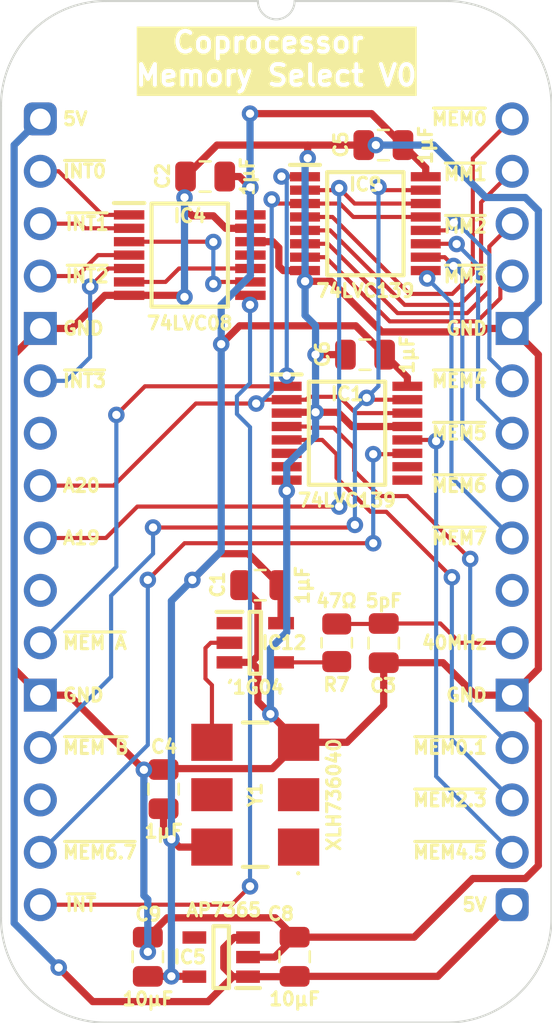
<source format=kicad_pcb>
(kicad_pcb (version 20241229) (generator "pcbnew") (generator_version "9.0")
  (title_block (title "Coprocessor Memory Select") (date "2025-06-17") (rev "V0"))
  (layers (0 "F.Cu" signal) (2 "B.Cu" signal) (13 "F.Paste" user) (15 "B.Paste" user) (5 "F.SilkS" user "F.Silkscreen") (7 "B.SilkS" user "B.Silkscreen") (1 "F.Mask" user) (3 "B.Mask" user) (25 "Edge.Cuts" user))
  (net 0 "")
  (net 1 "GND")
  (net 2 "5V")
  (net 3 "/3.3V")
  (net 10 "/~{INT2•3}")
  (net 11 "/~{INT0•1}")
  (net 13 "Net-(IC12-Y)")
  (net 14 "/~{40MHz}")
  (net 18 "40MHz")
  (net 19 "M~{Memory6•7}")
  (net 20 "M~{Memory4•5}")
  (net 21 "M~{Memory2•3}")
  (net 22 "M~{Memory0•1}")
  (net 23 "~{INT2}")
  (net 24 "~{INT}")
  (net 25 "~{INT1}")
  (net 26 "~{INT3}")
  (net 27 "~{INT0}")
  (net 28 "M~{Memory3}")
  (net 29 "M~{Memory0}")
  (net 30 "M~{Memory6}")
  (net 31 "M~{Memory4}")
  (net 32 "M~{Memory5}")
  (net 33 "M~{Memory2}")
  (net 34 "M~{Memory7}")
  (net 35 "M~{Memory1}")
  (net 36 "~{Memory B}")
  (net 37 "~{Memory A}")
  (net 38 "AM20")
  (net 39 "AM19")
  (footprint "SamacSys_Parts:C_0805" (layer "F.Cu") (at 10.668 22.606 90)
    (property "Reference" "C1" (at 0.026999 -2.075 90) (layer "F.SilkS") (effects (font (size 0.635 0.635))))
    (property "Value" "1μF" (at 0 2.032 90) (layer "F.SilkS") (effects (font (size 0.635 0.635))))
    (pad "1" smd roundrect (at 0 0.934 180) (size 1 1.45) (layers "F.Cu" "F.Mask" "F.Paste") (net 3 "/3.3V"))
    (pad "2" smd roundrect (at 0 -0.966 180) (size 1 1.45) (layers "F.Cu" "F.Mask" "F.Paste") (net 1 "GND"))
  )
  (footprint "SamacSys_Parts:XLH736074250000I" (layer "F.Cu") (at 10.414 32.766 90)
    (property "Reference" "Y1" (at 0 0 90) (layer "F.SilkS") (effects (font (size 0.635 0.635))))
    (property "Value" "XLH735040.000000I" (hide yes))
    (fp_text user "${Silkscreen}" (at 0 3.81 90) (layer "F.SilkS") (effects (font (size 0.635 0.635))))
    (pad "1" smd rect (at -2.54 2.1 90) (size 1.8 2) (layers "F.Cu" "F.Mask" "F.Paste"))
    (pad "2" smd rect (at 0 2.1 90) (size 1.6 2) (layers "F.Cu" "F.Mask" "F.Paste"))
    (pad "3" smd rect (at 2.54 2.1 90) (size 1.8 2) (layers "F.Cu" "F.Mask" "F.Paste") (net 1 "GND"))
    (pad "4" smd rect (at 2.54 -2.1 90) (size 1.8 2) (layers "F.Cu" "F.Mask" "F.Paste") (net 14 "/~{40MHz}"))
    (pad "5" smd rect (at 0 -2.1 90) (size 1.6 2) (layers "F.Cu" "F.Mask" "F.Paste"))
    (pad "6" smd rect (at -2.54 -2.1 90) (size 1.8 2) (layers "F.Cu" "F.Mask" "F.Paste") (net 3 "/3.3V"))
  )
  (footprint "SamacSys_Parts:SOT95P275X110-5N" (layer "F.Cu") (at 10.414 25.4)
    (property "Reference" "IC12" (at 1.397 0 0) (layer "F.SilkS") (effects (font (size 0.635 0.635))))
    (property "Value" "74LVC1G04GV,125" (hide yes))
    (property "Silkscreen" "'1G04" (at 0 2.159 0) (layer "F.SilkS") (effects (font (size 0.635 0.635))))
    (pad "1" smd rect (at -1.25 -0.95 90) (size 0.6 1.25) (layers "F.Cu" "F.Mask" "F.Paste"))
    (pad "2" smd rect (at -1.25 0 90) (size 0.6 1.25) (layers "F.Cu" "F.Mask" "F.Paste") (net 14 "/~{40MHz}"))
    (pad "3" smd rect (at -1.25 0.95 90) (size 0.6 1.25) (layers "F.Cu" "F.Mask" "F.Paste") (net 1 "GND"))
    (pad "4" smd rect (at 1.25 0.95 90) (size 0.6 1.25) (layers "F.Cu" "F.Mask" "F.Paste") (net 13 "Net-(IC12-Y)"))
    (pad "5" smd rect (at 1.25 -0.95 90) (size 0.6 1.25) (layers "F.Cu" "F.Mask" "F.Paste") (net 3 "/3.3V"))
  )
  (footprint "SamacSys_Parts:C_0805" (layer "F.Cu") (at 8.001 2.794 90)
    (property "Reference" "C2" (at 0.026999 -2.075 90) (layer "F.SilkS") (effects (font (size 0.635 0.635))))
    (property "Value" "1μF" (at 0 2.032 90) (layer "F.SilkS") (effects (font (size 0.635 0.635))))
    (pad "1" smd roundrect (at 0 0.934 180) (size 1 1.45) (layers "F.Cu" "F.Mask" "F.Paste") (net 3 "/3.3V"))
    (pad "2" smd roundrect (at 0 -0.966 180) (size 1 1.45) (layers "F.Cu" "F.Mask" "F.Paste") (net 1 "GND"))
  )
  (footprint "SamacSys_Parts:SOP65P640X110-14N" (layer "F.Cu") (at 7.239 6.604)
    (property "Reference" "IC4" (at 0 -1.905 0) (layer "F.SilkS") (effects (font (size 0.635 0.635))))
    (property "Value" "74LVC08APW,112" (hide yes))
    (fp_text user "${Silkscreen}" (at 0 3.302 0) (layer "F.SilkS") (effects (font (size 0.635 0.635))))
    (pad "1" smd rect (at -2.938 -1.95 90) (size 0.45 1.475) (layers "F.Cu" "F.Mask" "F.Paste") (net 27 "~{INT0}"))
    (pad "2" smd rect (at -2.938 -1.3 90) (size 0.45 1.475) (layers "F.Cu" "F.Mask" "F.Paste") (net 25 "~{INT1}"))
    (pad "3" smd rect (at -2.938 -0.65 90) (size 0.45 1.475) (layers "F.Cu" "F.Mask" "F.Paste") (net 11 "/~{INT0•1}"))
    (pad "4" smd rect (at -2.938 0 90) (size 0.45 1.475) (layers "F.Cu" "F.Mask" "F.Paste") (net 23 "~{INT2}"))
    (pad "5" smd rect (at -2.938 0.65 90) (size 0.45 1.475) (layers "F.Cu" "F.Mask" "F.Paste") (net 26 "~{INT3}"))
    (pad "6" smd rect (at -2.938 1.3 90) (size 0.45 1.475) (layers "F.Cu" "F.Mask" "F.Paste") (net 10 "/~{INT2•3}"))
    (pad "7" smd rect (at -2.938 1.95 90) (size 0.45 1.475) (layers "F.Cu" "F.Mask" "F.Paste") (net 1 "GND"))
    (pad "8" smd rect (at 2.938 1.95 90) (size 0.45 1.475) (layers "F.Cu" "F.Mask" "F.Paste") (net 24 "~{INT}"))
    (pad "9" smd rect (at 2.938 1.3 90) (size 0.45 1.475) (layers "F.Cu" "F.Mask" "F.Paste") (net 11 "/~{INT0•1}"))
    (pad "10" smd rect (at 2.938 0.65 90) (size 0.45 1.475) (layers "F.Cu" "F.Mask" "F.Paste") (net 10 "/~{INT2•3}"))
    (pad "11" smd rect (at 2.938 0 90) (size 0.45 1.475) (layers "F.Cu" "F.Mask" "F.Paste"))
    (pad "12" smd rect (at 2.938 -0.65 90) (size 0.45 1.475) (layers "F.Cu" "F.Mask" "F.Paste") (net 1 "GND"))
    (pad "13" smd rect (at 2.938 -1.3 90) (size 0.45 1.475) (layers "F.Cu" "F.Mask" "F.Paste") (net 1 "GND"))
    (pad "14" smd rect (at 2.938 -1.95 90) (size 0.45 1.475) (layers "F.Cu" "F.Mask" "F.Paste") (net 3 "/3.3V"))
  )
  (footprint "SamacSys_Parts:R_0805" (layer "F.Cu") (at 14.351 25.4 180)
    (property "Reference" "R7" (at 0 -2.032 0) (layer "F.SilkS") (effects (font (size 0.635 0.635))))
    (property "Value" "47Ω" (at 0 2.032 0) (layer "F.SilkS") (effects (font (size 0.635 0.635))))
    (pad "1" smd roundrect (at -0.01 0.9125 270) (size 1.025 1.4) (layers "F.Cu" "F.Mask" "F.Paste") (roundrect_rratio 0.243902) (net 18 "40MHz"))
    (pad "2" smd roundrect (at -0.01 -0.9125 270) (size 1.025 1.4) (layers "F.Cu" "F.Mask" "F.Paste") (roundrect_rratio 0.243902) (net 13 "Net-(IC12-Y)"))
  )
  (footprint "SamacSys_Parts:SOP65P640X110-16N" (layer "F.Cu") (at 14.859 15.24)
    (property "Reference" "IC1" (at 0 -1.905 0) (layer "F.SilkS") (effects (font (size 0.635 0.635))))
    (property "Value" "74LVC139PW,118" (hide yes))
    (property "Silkscreen" "74LVC139" (at 0 3.25 0) (layer "F.SilkS") (effects (font (size 0.635 0.635))))
    (pad "1" smd rect (at -2.925 -2.275 90) (size 0.45 1.45) (layers "F.Cu" "F.Mask" "F.Paste") (net 37 "~{Memory A}"))
    (pad "2" smd rect (at -2.925 -1.625 90) (size 0.45 1.45) (layers "F.Cu" "F.Mask" "F.Paste") (net 38 "AM20"))
    (pad "3" smd rect (at -2.925 -0.975 90) (size 0.45 1.45) (layers "F.Cu" "F.Mask" "F.Paste") (net 1 "GND"))
    (pad "4" smd rect (at -2.925 -0.325 90) (size 0.45 1.45) (layers "F.Cu" "F.Mask" "F.Paste") (net 22 "M~{Memory0•1}"))
    (pad "5" smd rect (at -2.925 0.325 90) (size 0.45 1.45) (layers "F.Cu" "F.Mask" "F.Paste") (net 21 "M~{Memory2•3}"))
    (pad "6" smd rect (at -2.925 0.975 90) (size 0.45 1.45) (layers "F.Cu" "F.Mask" "F.Paste"))
    (pad "7" smd rect (at -2.925 1.625 90) (size 0.45 1.45) (layers "F.Cu" "F.Mask" "F.Paste"))
    (pad "8" smd rect (at -2.925 2.275 90) (size 0.45 1.45) (layers "F.Cu" "F.Mask" "F.Paste") (net 1 "GND"))
    (pad "9" smd rect (at 2.925 2.275 90) (size 0.45 1.45) (layers "F.Cu" "F.Mask" "F.Paste"))
    (pad "10" smd rect (at 2.925 1.625 90) (size 0.45 1.45) (layers "F.Cu" "F.Mask" "F.Paste"))
    (pad "11" smd rect (at 2.925 0.975 90) (size 0.45 1.45) (layers "F.Cu" "F.Mask" "F.Paste") (net 19 "M~{Memory6•7}"))
    (pad "12" smd rect (at 2.925 0.325 90) (size 0.45 1.45) (layers "F.Cu" "F.Mask" "F.Paste") (net 20 "M~{Memory4•5}"))
    (pad "13" smd rect (at 2.925 -0.325 90) (size 0.45 1.45) (layers "F.Cu" "F.Mask" "F.Paste") (net 1 "GND"))
    (pad "14" smd rect (at 2.925 -0.975 90) (size 0.45 1.45) (layers "F.Cu" "F.Mask" "F.Paste") (net 38 "AM20"))
    (pad "15" smd rect (at 2.925 -1.625 90) (size 0.45 1.45) (layers "F.Cu" "F.Mask" "F.Paste") (net 36 "~{Memory B}"))
    (pad "16" smd rect (at 2.925 -2.275 90) (size 0.45 1.45) (layers "F.Cu" "F.Mask" "F.Paste") (net 3 "/3.3V"))
  )
  (footprint "SamacSys_Parts:C_0805" (layer "F.Cu") (at 5.969 32.512)
    (property "Reference" "C4" (at 0.027 -2.075 180) (layer "F.SilkS") (effects (font (size 0.635 0.635))))
    (property "Value" "1μF" (at 0 2.032 0) (layer "F.SilkS") (effects (font (size 0.635 0.635))))
    (pad "1" smd roundrect (at 0 0.934 90) (size 1 1.45) (layers "F.Cu" "F.Mask" "F.Paste") (net 3 "/3.3V"))
    (pad "2" smd roundrect (at 0 -0.966 90) (size 1 1.45) (layers "F.Cu" "F.Mask" "F.Paste") (net 1 "GND"))
  )
  (footprint "SamacSys_Parts:C_0805" (layer "F.Cu") (at 15.748 11.43 90)
    (property "Reference" "C6" (at 0.026999 -2.075 90) (layer "F.SilkS") (effects (font (size 0.635 0.635))))
    (property "Value" "1μF" (at 0 2.032 90) (layer "F.SilkS") (effects (font (size 0.635 0.635))))
    (pad "1" smd roundrect (at 0 0.934 180) (size 1 1.45) (layers "F.Cu" "F.Mask" "F.Paste") (net 3 "/3.3V"))
    (pad "2" smd roundrect (at 0 -0.966 180) (size 1 1.45) (layers "F.Cu" "F.Mask" "F.Paste") (net 1 "GND"))
  )
  (footprint "SamacSys_Parts:C_0805" (layer "F.Cu") (at 16.637 25.4 180)
    (property "Reference" "C3" (at 0.026999 -2.075 0) (layer "F.SilkS") (effects (font (size 0.635 0.635))))
    (property "Value" "5pF" (at 0 2.032 0) (layer "F.SilkS") (effects (font (size 0.635 0.635))))
    (pad "1" smd roundrect (at 0 0.934 270) (size 1 1.45) (layers "F.Cu" "F.Mask" "F.Paste") (net 18 "40MHz"))
    (pad "2" smd roundrect (at 0 -0.966 270) (size 1 1.45) (layers "F.Cu" "F.Mask" "F.Paste") (net 1 "GND"))
  )
  (footprint "SamacSys_Parts:C_0805" (layer "F.Cu") (at 5.207 40.64)
    (property "Reference" "C9" (at 0.027 -2.075 180) (layer "F.SilkS") (effects (font (size 0.635 0.635))))
    (property "Value" "10µF" (at 0 2.032 0) (layer "F.SilkS") (effects (font (size 0.635 0.635))))
    (pad "1" smd roundrect (at 0 0.934 90) (size 1 1.45) (layers "F.Cu" "F.Mask" "F.Paste") (net 3 "/3.3V"))
    (pad "2" smd roundrect (at 0 -0.966 90) (size 1 1.45) (layers "F.Cu" "F.Mask" "F.Paste") (net 1 "GND"))
  )
  (footprint "SamacSys_Parts:SOP65P640X110-16N" (layer "F.Cu") (at 15.748 5.08)
    (property "Reference" "IC9" (at 0 -1.905 0) (layer "F.SilkS") (effects (font (size 0.635 0.635))))
    (property "Value" "74LVC139PW,118" (hide yes))
    (property "Silkscreen" "74LVC139" (at 0 3.25 0) (layer "F.SilkS") (effects (font (size 0.635 0.635))))
    (pad "1" smd rect (at -2.925 -2.275 90) (size 0.45 1.45) (layers "F.Cu" "F.Mask" "F.Paste") (net 37 "~{Memory A}"))
    (pad "2" smd rect (at -2.925 -1.625 90) (size 0.45 1.45) (layers "F.Cu" "F.Mask" "F.Paste") (net 39 "AM19"))
    (pad "3" smd rect (at -2.925 -0.975 90) (size 0.45 1.45) (layers "F.Cu" "F.Mask" "F.Paste") (net 38 "AM20"))
    (pad "4" smd rect (at -2.925 -0.325 90) (size 0.45 1.45) (layers "F.Cu" "F.Mask" "F.Paste") (net 29 "M~{Memory0}"))
    (pad "5" smd rect (at -2.925 0.325 90) (size 0.45 1.45) (layers "F.Cu" "F.Mask" "F.Paste") (net 35 "M~{Memory1}"))
    (pad "6" smd rect (at -2.925 0.975 90) (size 0.45 1.45) (layers "F.Cu" "F.Mask" "F.Paste") (net 33 "M~{Memory2}"))
    (pad "7" smd rect (at -2.925 1.625 90) (size 0.45 1.45) (layers "F.Cu" "F.Mask" "F.Paste") (net 28 "M~{Memory3}"))
    (pad "8" smd rect (at -2.925 2.275 90) (size 0.45 1.45) (layers "F.Cu" "F.Mask" "F.Paste") (net 1 "GND"))
    (pad "9" smd rect (at 2.925 2.275 90) (size 0.45 1.45) (layers "F.Cu" "F.Mask" "F.Paste") (net 34 "M~{Memory7}"))
    (pad "10" smd rect (at 2.925 1.625 90) (size 0.45 1.45) (layers "F.Cu" "F.Mask" "F.Paste") (net 30 "M~{Memory6}"))
    (pad "11" smd rect (at 2.925 0.975 90) (size 0.45 1.45) (layers "F.Cu" "F.Mask" "F.Paste") (net 32 "M~{Memory5}"))
    (pad "12" smd rect (at 2.925 0.325 90) (size 0.45 1.45) (layers "F.Cu" "F.Mask" "F.Paste") (net 31 "M~{Memory4}"))
    (pad "13" smd rect (at 2.925 -0.325 90) (size 0.45 1.45) (layers "F.Cu" "F.Mask" "F.Paste") (net 38 "AM20"))
    (pad "14" smd rect (at 2.925 -0.975 90) (size 0.45 1.45) (layers "F.Cu" "F.Mask" "F.Paste") (net 39 "AM19"))
    (pad "15" smd rect (at 2.925 -1.625 90) (size 0.45 1.45) (layers "F.Cu" "F.Mask" "F.Paste") (net 36 "~{Memory B}"))
    (pad "16" smd rect (at 2.925 -2.275 90) (size 0.45 1.45) (layers "F.Cu" "F.Mask" "F.Paste") (net 3 "/3.3V"))
  )
  (footprint "SamacSys_Parts:C_0805" (layer "F.Cu") (at 12.319 40.64)
    (property "Reference" "C8" (at -0.665 -2.098 180) (layer "F.SilkS") (effects (font (size 0.635 0.635))))
    (property "Value" "10µF" (at 0 2.032 0) (layer "F.SilkS") (effects (font (size 0.635 0.635))))
    (pad "1" smd roundrect (at 0 0.934 90) (size 1 1.45) (layers "F.Cu" "F.Mask" "F.Paste") (net 2 "5V"))
    (pad "2" smd roundrect (at 0 -0.966 90) (size 1 1.45) (layers "F.Cu" "F.Mask" "F.Paste") (net 1 "GND"))
  )
  (footprint "SamacSys_Parts:DIP-32_Board_W22.86mm" (layer "F.Cu") (at 0 0)
    (property "Reference" "J2" (hide yes))
    (property "Value" "Board 2x16 W22.86mm" (hide yes))
    (fp_line (start -1.905 -0.635) (end -1.905 38.735) (stroke (width 0.1)) (layer "Edge.Cuts"))
    (fp_line (start 10.541 -5.715) (end 3.175 -5.715) (stroke (width 0.1)) (layer "Edge.Cuts"))
    (fp_line (start 19.685 -5.715) (end 12.319 -5.715) (stroke (width 0.1)) (layer "Edge.Cuts"))
    (fp_line (start 19.685 43.815) (end 3.175 43.815) (stroke (width 0.1)) (layer "Edge.Cuts"))
    (fp_line (start 24.765 38.735) (end 24.765 -0.635) (stroke (width 0.1)) (layer "Edge.Cuts"))
    (fp_arc (start -1.905 -0.635) (mid -0.417102 -4.227102) (end 3.175 -5.715) (stroke (width 0.1)) (layer "Edge.Cuts"))
    (fp_arc (start 3.175 43.815) (mid -0.417102 42.327102) (end -1.905 38.735) (stroke (width 0.1)) (layer "Edge.Cuts"))
    (fp_arc (start 12.319 -5.715) (mid 11.43 -4.826) (end 10.541 -5.715) (stroke (width 0.1)) (layer "Edge.Cuts"))
    (fp_arc (start 19.685 -5.715) (mid 23.277102 -4.227102) (end 24.765 -0.635) (stroke (width 0.1)) (layer "Edge.Cuts"))
    (fp_arc (start 24.765 38.735) (mid 23.277103 42.327103) (end 19.685 43.815) (stroke (width 0.1)) (layer "Edge.Cuts"))
    (pad "1" thru_hole roundrect (at 0 0) (size 1.6 1.6) (drill 1) (layers "*.Cu" "*.Mask") (net 2 "5V"))
    (pad "2" thru_hole oval (at 0 2.54) (size 1.6 1.6) (drill 1) (layers "*.Cu" "*.Mask") (net 27 "~{INT0}"))
    (pad "3" thru_hole oval (at 0 5.08) (size 1.6 1.6) (drill 1) (layers "*.Cu" "*.Mask") (net 25 "~{INT1}"))
    (pad "4" thru_hole oval (at 0 7.62) (size 1.6 1.6) (drill 1) (layers "*.Cu" "*.Mask") (net 23 "~{INT2}"))
    (pad "5" thru_hole rect (at 0 10.16) (size 1.6 1.6) (drill 1) (layers "*.Cu" "*.Mask") (net 1 "GND"))
    (pad "6" thru_hole oval (at 0 12.7) (size 1.6 1.6) (drill 1) (layers "*.Cu" "*.Mask") (net 26 "~{INT3}"))
    (pad "7" thru_hole oval (at 0 15.24) (size 1.6 1.6) (drill 1) (layers "*.Cu" "*.Mask"))
    (pad "8" thru_hole oval (at 0 17.78) (size 1.6 1.6) (drill 1) (layers "*.Cu" "*.Mask") (net 38 "AM20"))
    (pad "9" thru_hole oval (at 0 20.32) (size 1.6 1.6) (drill 1) (layers "*.Cu" "*.Mask") (net 39 "AM19"))
    (pad "10" thru_hole oval (at 0 22.86) (size 1.6 1.6) (drill 1) (layers "*.Cu" "*.Mask"))
    (pad "11" thru_hole oval (at 0 25.4) (size 1.6 1.6) (drill 1) (layers "*.Cu" "*.Mask") (net 37 "~{Memory A}"))
    (pad "12" thru_hole rect (at 0 27.94) (size 1.6 1.6) (drill 1) (layers "*.Cu" "*.Mask") (net 1 "GND"))
    (pad "13" thru_hole oval (at 0 30.48) (size 1.6 1.6) (drill 1) (layers "*.Cu" "*.Mask") (net 36 "~{Memory B}"))
    (pad "14" thru_hole oval (at 0 33.02) (size 1.6 1.6) (drill 1) (layers "*.Cu" "*.Mask"))
    (pad "15" thru_hole oval (at 0 35.56) (size 1.6 1.6) (drill 1) (layers "*.Cu" "*.Mask") (net 19 "M~{Memory6•7}"))
    (pad "16" thru_hole oval (at 0 38.1) (size 1.6 1.6) (drill 1) (layers "*.Cu" "*.Mask") (net 24 "~{INT}"))
    (pad "17" thru_hole roundrect (at 22.86 38.1) (size 1.6 1.6) (drill 1) (layers "*.Cu" "*.Mask") (net 2 "5V"))
    (pad "18" thru_hole oval (at 22.86 35.56) (size 1.6 1.6) (drill 1) (layers "*.Cu" "*.Mask") (net 20 "M~{Memory4•5}"))
    (pad "19" thru_hole oval (at 22.86 33.02) (size 1.6 1.6) (drill 1) (layers "*.Cu" "*.Mask") (net 21 "M~{Memory2•3}"))
    (pad "20" thru_hole oval (at 22.86 30.48) (size 1.6 1.6) (drill 1) (layers "*.Cu" "*.Mask") (net 22 "M~{Memory0•1}"))
    (pad "21" thru_hole rect (at 22.86 27.94) (size 1.6 1.6) (drill 1) (layers "*.Cu" "*.Mask") (net 1 "GND"))
    (pad "22" thru_hole oval (at 22.86 25.4) (size 1.6 1.6) (drill 1) (layers "*.Cu" "*.Mask") (net 18 "40MHz"))
    (pad "23" thru_hole oval (at 22.86 22.86) (size 1.6 1.6) (drill 1) (layers "*.Cu" "*.Mask"))
    (pad "24" thru_hole oval (at 22.86 20.32) (size 1.6 1.6) (drill 1) (layers "*.Cu" "*.Mask") (net 34 "M~{Memory7}"))
    (pad "25" thru_hole oval (at 22.86 17.78) (size 1.6 1.6) (drill 1) (layers "*.Cu" "*.Mask") (net 30 "M~{Memory6}"))
    (pad "26" thru_hole oval (at 22.86 15.24) (size 1.6 1.6) (drill 1) (layers "*.Cu" "*.Mask") (net 32 "M~{Memory5}"))
    (pad "27" thru_hole oval (at 22.86 12.7) (size 1.6 1.6) (drill 1) (layers "*.Cu" "*.Mask") (net 31 "M~{Memory4}"))
    (pad "28" thru_hole rect (at 22.86 10.16) (size 1.6 1.6) (drill 1) (layers "*.Cu" "*.Mask") (net 1 "GND"))
    (pad "29" thru_hole oval (at 22.86 7.62) (size 1.6 1.6) (drill 1) (layers "*.Cu" "*.Mask") (net 28 "M~{Memory3}"))
    (pad "30" thru_hole oval (at 22.86 5.08) (size 1.6 1.6) (drill 1) (layers "*.Cu" "*.Mask") (net 33 "M~{Memory2}"))
    (pad "31" thru_hole oval (at 22.86 2.54) (size 1.6 1.6) (drill 1) (layers "*.Cu" "*.Mask") (net 35 "M~{Memory1}"))
    (pad "32" thru_hole oval (at 22.86 0) (size 1.6 1.6) (drill 1) (layers "*.Cu" "*.Mask") (net 29 "M~{Memory0}"))
  )
  (footprint "SamacSys_Parts:C_0805" (layer "F.Cu") (at 16.637 1.27 90)
    (property "Reference" "C5" (at 0.026999 -2.075 90) (layer "F.SilkS") (effects (font (size 0.635 0.635))))
    (property "Value" "1μF" (at 0 2.032 90) (layer "F.SilkS") (effects (font (size 0.635 0.635))))
    (pad "1" smd roundrect (at 0 0.934 180) (size 1 1.45) (layers "F.Cu" "F.Mask" "F.Paste") (net 3 "/3.3V"))
    (pad "2" smd roundrect (at 0 -0.966 180) (size 1 1.45) (layers "F.Cu" "F.Mask" "F.Paste") (net 1 "GND"))
  )
  (footprint "SamacSys_Parts:SOT95P285X130-5N" (layer "F.Cu") (at 8.763 40.64 180)
    (property "Reference" "IC5" (at 1.524 0 180) (layer "F.SilkS") (effects (font (size 0.635 0.635))))
    (property "Value" "AP7365-33WG-7" (hide yes))
    (property "Silkscreen" "AP7365" (at -0.127 2.286 180) (layer "F.SilkS") (effects (font (size 0.635 0.635))))
    (pad "1" smd rect (at -1.3 -0.95 270) (size 0.6 1.15) (layers "F.Cu" "F.Mask" "F.Paste") (net 2 "5V"))
    (pad "2" smd rect (at -1.3 0 270) (size 0.6 1.15) (layers "F.Cu" "F.Mask" "F.Paste") (net 1 "GND"))
    (pad "3" smd rect (at -1.3 0.95 270) (size 0.6 1.15) (layers "F.Cu" "F.Mask" "F.Paste") (net 2 "5V"))
    (pad "4" smd rect (at 1.3 0.95 270) (size 0.6 1.15) (layers "F.Cu" "F.Mask" "F.Paste"))
    (pad "5" smd rect (at 1.3 -0.95 270) (size 0.6 1.15) (layers "F.Cu" "F.Mask" "F.Paste") (net 3 "/3.3V"))
  )
  (gr_text "~{MM3}" (at 21.717 7.62 0) (layer "F.SilkS") (effects (font (size 0.635 0.635)) (justify right)))
  (gr_text "GND" (at 1.016 10.16 0) (layer "F.SilkS") (effects (font (size 0.635 0.635)) (justify left)))
  (gr_text "~{MEM4.5}" (at 21.717 35.56 0) (layer "F.SilkS") (effects (font (size 0.635 0.635)) (justify right)))
  (gr_text "~{INT3}" (at 1.016 12.7 0) (layer "F.SilkS") (effects (font (size 0.635 0.635)) (justify left)))
  (gr_text "GND" (at 21.717 10.16 0) (layer "F.SilkS") (effects (font (size 0.635 0.635)) (justify right)))
  (gr_text "5V" (at 1.016 0 0) (layer "F.SilkS") (effects (font (size 0.635 0.635)) (justify left)))
  (gr_text "~{MEM2.3}" (at 21.717 33.02 0) (layer "F.SilkS") (effects (font (size 0.635 0.635)) (justify right)))
  (gr_text "~{MEM7}" (at 21.717 20.32 0) (layer "F.SilkS") (effects (font (size 0.635 0.635)) (justify right)))
  (gr_text "~{MEM5}" (at 21.717 15.24 0) (layer "F.SilkS") (effects (font (size 0.635 0.635)) (justify right)))
  (gr_text "A20" (at 1.016 17.78 0) (layer "F.SilkS") (effects (font (size 0.635 0.635)) (justify left)))
  (gr_text "~{MEM A}" (at 1.016 25.4 0) (layer "F.SilkS") (effects (font (size 0.635 0.635)) (justify left)))
  (gr_text "~{MM2}" (at 21.717 5.207 0) (layer "F.SilkS") (effects (font (size 0.635 0.635)) (justify right)))
  (gr_text "~{INT0}" (at 1.016 2.54 0) (layer "F.SilkS") (effects (font (size 0.635 0.635)) (justify left)))
  (gr_text "~{MEM6}" (at 21.717 17.78 0) (layer "F.SilkS") (effects (font (size 0.635 0.635)) (justify right)))
  (gr_text "40MHz" (at 21.717 25.4 0) (layer "F.SilkS") (effects (font (size 0.635 0.635)) (justify right)))
  (gr_text "5V" (at 21.717 38.1 0) (layer "F.SilkS") (effects (font (size 0.635 0.635)) (justify right)))
  (gr_text "GND" (at 1.016 27.94 0) (layer "F.SilkS") (effects (font (size 0.635 0.635)) (justify left)))
  (gr_text "A19" (at 1.016 20.32 0) (layer "F.SilkS") (effects (font (size 0.635 0.635)) (justify left)))
  (gr_text "Coprocessor \nMemory Select V0" (at 11.43 -1.524 0) (layer "F.SilkS" knockout) (effects (font (size 1 1) (thickness 0.2) (bold yes)) (justify bottom)))
  (gr_text "~{INT2}" (at 1.143 7.62 0) (layer "F.SilkS") (effects (font (size 0.635 0.635)) (justify left)))
  (gr_text "~{MEM B}" (at 1.016 30.48 0) (layer "F.SilkS") (effects (font (size 0.635 0.635)) (justify left)))
  (gr_text "~{MEM0}" (at 21.717 0 0) (layer "F.SilkS") (effects (font (size 0.635 0.635)) (justify right)))
  (gr_text "~{MM1}" (at 21.717 2.667 0) (layer "F.SilkS") (effects (font (size 0.635 0.635)) (justify right)))
  (gr_text "~{INT1}" (at 1.143 5.08 0) (layer "F.SilkS") (effects (font (size 0.635 0.635)) (justify left)))
  (gr_text "~{MEM6.7}" (at 1.016 35.56 0) (layer "F.SilkS") (effects (font (size 0.635 0.635)) (justify left)))
  (gr_text "GND" (at 21.717 27.94 0) (layer "F.SilkS") (effects (font (size 0.635 0.635)) (justify right)))
  (gr_text "~{INT}" (at 1.143 38.1 0) (layer "F.SilkS") (effects (font (size 0.635 0.635)) (justify left)))
  (gr_text "~{MEM4}" (at 21.717 12.7 0) (layer "F.SilkS") (effects (font (size 0.635 0.635)) (justify right)))
  (gr_text "~{MEM0.1}" (at 21.717 30.48 0) (layer "F.SilkS") (effects (font (size 0.635 0.635)) (justify right)))
  (segment (start 15.671 1.27) (end 12.954 1.27) (width 0.35) (layer "F.Cu") (net 1))
  (segment (start 21.082 27.94) (end 22.86 27.94) (width 0.35) (layer "F.Cu") (net 1))
  (segment (start 11.2645 5.954) (end 11.557 6.2465) (width 0.35) (layer "F.Cu") (net 1))
  (segment (start 10.177 5.304) (end 10.177 5.954) (width 0.35) (layer "F.Cu") (net 1))
  (segment (start -1.27 26.67) (end 0 27.94) (width 0.35) (layer "F.Cu") (net 1))
  (segment (start 11.238 31.502) (end 12.514 30.226) (width 0.35) (layer "F.Cu") (net 1))
  (segment (start 8.382 4.699) (end 7.366 4.699) (width 0.35) (layer "F.Cu") (net 1))
  (segment (start 10.541 26.665) (end 10.541 28.253) (width 0.35) (layer "F.Cu") (net 1))
  (segment (start 6.985 4.318) (end 6.985 3.81) (width 0.35) (layer "F.Cu") (net 1))
  (segment (start 9.164 26.35) (end 10.226 26.35) (width 0.35) (layer "F.Cu") (net 1))
  (segment (start 16.637 28.448) (end 16.637 26.366) (width 0.35) (layer "F.Cu") (net 1))
  (segment (start 0 27.94) (end 1.397 27.94) (width 0.35) (layer "F.Cu") (net 1))
  (segment (start 21.421 10.329) (end 21.59 10.16) (width 0.35) (layer "F.Cu") (net 1))
  (segment (start 7.366 4.699) (end 6.985 4.318) (width 0.35) (layer "F.Cu") (net 1))
  (segment (start 13.335 11.43) (end 14.782 11.43) (width 0.35) (layer "F.Cu") (net 1))
  (segment (start 14.097 7.874) (end 16.552 10.329) (width 0.35) (layer "F.Cu") (net 1))
  (segment (start 21.59 10.16) (end 22.86 10.16) (width 0.35) (layer "F.Cu") (net 1))
  (segment (start 5.969 31.546) (end 5.03 31.546) (width 0.35) (layer "F.Cu") (net 1))
  (segment (start 10.541 26.035) (end 10.541 23.445) (width 0.35) (layer "F.Cu") (net 1))
  (segment (start 0 10.16) (end -1.27 11.43) (width 0.35) (layer "F.Cu") (net 1))
  (segment (start -1.27 11.43) (end -1.27 26.67) (width 0.35) (layer "F.Cu") (net 1))
  (segment (start 6.903 8.554) (end 6.985 8.636) (width 0.35) (layer "F.Cu") (net 1))
  (segment (start 11.1465 28.8585) (end 12.514 30.226) (width 0.35) (layer "F.Cu") (net 1))
  (segment (start 14.4145 14.224) (end 15.1055 14.915) (width 0.35) (layer "F.Cu") (net 1))
  (segment (start 24.13 11.43) (end 22.86 10.16) (width 0.35) (layer "F.Cu") (net 1))
  (segment (start 5.207 39.674) (end 5.207 40.386) (width 0.35) (layer "F.Cu") (net 1))
  (segment (start 12.514 30.226) (end 14.859 30.226) (width 0.35) (layer "F.Cu") (net 1))
  (segment (start 13.335 14.224) (end 11.975 14.224) (width 0.35) (layer "F.Cu") (net 1))
  (segment (start 10.541 23.445) (end 9.702 22.606) (width 0.35) (layer "F.Cu") (net 1))
  (segment (start 19.508 26.366) (end 21.082 27.94) (width 0.35) (layer "F.Cu") (net 1))
  (segment (start 24.13 26.67) (end 24.13 11.43) (width 0.35) (layer "F.Cu") (net 1))
  (segment (start 13.335 14.224) (end 14.4145 14.224) (width 0.35) (layer "F.Cu") (net 1))
  (segment (start 11.557 7.141) (end 11.771 7.355) (width 0.35) (layer "F.Cu") (net 1))
  (segment (start 5.03 31.546) (end 5.0165 31.5595) (width 0.35) (layer "F.Cu") (net 1))
  (segment (start 8.987 5.304) (end 8.382 4.699) (width 0.35) (layer "F.Cu") (net 1))
  (segment (start 12.827 7.359) (end 12.827 7.874) (width 0.35) (layer "F.Cu") (net 1))
  (segment (start 18.111 39.674) (end 12.319 39.674) (width 0.35) (layer "F.Cu") (net 1))
  (segment (start 4.301 8.554) (end 6.903 8.554) (width 0.35) (layer "F.Cu") (net 1))
  (segment (start 12.827 7.874) (end 14.097 7.874) (width 0.35) (layer "F.Cu") (net 1))
  (segment (start 0 10.16) (end 1.524 10.16) (width 0.35) (layer "F.Cu") (net 1))
  (segment (start 5.207 39.674) (end 6.146 38.735) (width 0.35) (layer "F.Cu") (net 1))
  (segment (start 12.954 1.27) (end 8.559 1.27) (width 0.35) (layer "F.Cu") (net 1))
  (segment (start 11.938 18.034) (end 11.938 17.519) (width 0.35) (layer "F.Cu") (net 1))
  (segment (start 11.557 6.2465) (end 11.557 7.141) (width 0.35) (layer "F.Cu") (net 1))
  (segment (start 11.353 40.64) (end 12.319 39.674) (width 0.35) (layer "F.Cu") (net 1))
  (segment (start 10.226 26.35) (end 10.541 26.665) (width 0.35) (layer "F.Cu") (net 1))
  (segment (start 22.86 27.94) (end 24.13 26.67) (width 0.35) (layer "F.Cu") (net 1))
  (segment (start 1.397 27.94) (end 5.0165 31.5595) (width 0.35) (layer "F.Cu") (net 1))
  (segment (start 1.524 10.16) (end 3.13 8.554) (width 0.35) (layer "F.Cu") (net 1))
  (segment (start 8.559 1.27) (end 7.035 2.794) (width 0.35) (layer "F.Cu") (net 1))
  (segment (start 15.1055 14.915) (end 17.784 14.915) (width 0.35) (layer "F.Cu") (net 1))
  (segment (start 15.671 1.27) (end 16.256 1.27) (width 0.35) (layer "F.Cu") (net 1))
  (segment (start 23.501058 36.83) (end 20.955 36.83) (width 0.35) (layer "F.Cu") (net 1))
  (segment (start 16.637 26.366) (end 19.508 26.366) (width 0.35) (layer "F.Cu") (net 1))
  (segment (start 22.86 27.94) (end 24.13 29.21) (width 0.35) (layer "F.Cu") (net 1))
  (segment (start 10.177 5.304) (end 8.987 5.304) (width 0.35) (layer "F.Cu") (net 1))
  (segment (start 24.13 36.201058) (end 23.501058 36.83) (width 0.35) (layer "F.Cu") (net 1))
  (segment (start 11.771 7.355) (end 12.823 7.355) (width 0.35) (layer "F.Cu") (net 1))
  (segment (start 10.541 28.253) (end 11.1465 28.8585) (width 0.35) (layer "F.Cu") (net 1))
  (segment (start 10.063 40.64) (end 11.353 40.64) (width 0.35) (layer "F.Cu") (net 1))
  (segment (start 6.146 38.735) (end 11.38 38.735) (width 0.35) (layer "F.Cu") (net 1))
  (segment (start 3.13 8.554) (end 4.301 8.554) (width 0.35) (layer "F.Cu") (net 1))
  (segment (start 6.985 3.81) (end 6.985 2.844) (width 0.35) (layer "F.Cu") (net 1))
  (segment (start 14.859 30.226) (end 16.637 28.448) (width 0.35) (layer "F.Cu") (net 1))
  (segment (start 10.177 5.954) (end 11.2645 5.954) (width 0.35) (layer "F.Cu") (net 1))
  (segment (start 24.13 29.21) (end 24.13 36.201058) (width 0.35) (layer "F.Cu") (net 1))
  (segment (start 10.226 26.35) (end 10.541 26.035) (width 0.35) (layer "F.Cu") (net 1))
  (segment (start 12.954 1.27) (end 12.954 1.905) (width 0.35) (layer "F.Cu") (net 1))
  (segment (start 11.38 38.735) (end 12.319 39.674) (width 0.35) (layer "F.Cu") (net 1))
  (segment (start 6.267 31.502) (end 11.238 31.502) (width 0.35) (layer "F.Cu") (net 1))
  (segment (start 16.552 10.329) (end 21.421 10.329) (width 0.35) (layer "F.Cu") (net 1))
  (segment (start 20.955 36.83) (end 18.111 39.674) (width 0.35) (layer "F.Cu") (net 1))
  (via (at 16.256 1.27) (size 0.8) (drill 0.4) (layers "F.Cu" "B.Cu") (net 1))
  (via (at 5.0165 31.5595) (size 0.8) (drill 0.4) (layers "F.Cu" "B.Cu") (net 1))
  (via (at 11.938 18.034) (size 0.8) (drill 0.4) (layers "F.Cu" "B.Cu") (net 1))
  (via (at 12.954 1.905) (size 0.8) (drill 0.4) (layers "F.Cu" "B.Cu") (net 1))
  (via (at 12.827 7.874) (size 0.8) (drill 0.4) (layers "F.Cu" "B.Cu") (net 1))
  (via (at 13.335 14.224) (size 0.8) (drill 0.4) (layers "F.Cu" "B.Cu") (net 1))
  (via (at 13.335 11.43) (size 0.8) (drill 0.4) (layers "F.Cu" "B.Cu") (net 1))
  (via (at 6.985 8.636) (size 0.8) (drill 0.4) (layers "F.Cu" "B.Cu") (net 1))
  (via (at 6.985 3.81) (size 0.8) (drill 0.4) (layers "F.Cu" "B.Cu") (net 1))
  (via (at 11.1465 28.8585) (size 0.8) (drill 0.4) (layers "F.Cu" "B.Cu") (net 1))
  (via (at 5.207 40.386) (size 0.8) (drill 0.4) (layers "F.Cu" "B.Cu") (net 1))
  (segment (start 6.985 8.636) (end 6.985 3.81) (width 0.35) (layer "B.Cu") (net 1))
  (segment (start 13.335 15.367) (end 13.335 14.224) (width 0.35) (layer "B.Cu") (net 1))
  (segment (start 19.05 1.27) (end 21.59 3.81) (width 0.35) (layer "B.Cu") (net 1))
  (segment (start 16.256 1.27) (end 19.05 1.27) (width 0.35) (layer "B.Cu") (net 1))
  (segment (start 5.0165 37.6555) (end 5.0165 31.5595) (width 0.35) (layer "B.Cu") (net 1))
  (segment (start 11.938 24.892) (end 11.1465 25.6835) (width 0.35) (layer "B.Cu") (net 1))
  (segment (start 5.207 40.386) (end 5.207 37.846) (width 0.35) (layer "B.Cu") (net 1))
  (segment (start 13.335 14.224) (end 13.335 11.43) (width 0.35) (layer "B.Cu") (net 1))
  (segment (start 13.335 11.43) (end 13.335 10.033) (width 0.35) (layer "B.Cu") (net 1))
  (segment (start 13.335 10.033) (end 12.827 9.525) (width 0.35) (layer "B.Cu") (net 1))
  (segment (start 12.827 2.032) (end 12.827 7.874) (width 0.35) (layer "B.Cu") (net 1))
  (segment (start 24.13 8.89) (end 22.86 10.16) (width 0.35) (layer "B.Cu") (net 1))
  (segment (start 23.495 3.81) (end 24.13 4.445) (width 0.35) (layer "B.Cu") (net 1))
  (segment (start 21.59 3.81) (end 23.495 3.81) (width 0.35) (layer "B.Cu") (net 1))
  (segment (start 11.1465 25.6835) (end 11.1465 28.8585) (width 0.35) (layer "B.Cu") (net 1))
  (segment (start 5.207 37.846) (end 5.0165 37.6555) (width 0.35) (layer "B.Cu") (net 1))
  (segment (start 24.13 4.445) (end 24.13 8.89) (width 0.35) (layer "B.Cu") (net 1))
  (segment (start 12.827 9.525) (end 12.827 7.874) (width 0.35) (layer "B.Cu") (net 1))
  (segment (start 11.938 16.764) (end 13.335 15.367) (width 0.35) (layer "B.Cu") (net 1))
  (segment (start 11.938 18.034) (end 11.938 24.892) (width 0.35) (layer "B.Cu") (net 1))
  (segment (start 11.938 18.034) (end 11.938 16.764) (width 0.35) (layer "B.Cu") (net 1))
  (segment (start 12.954 1.905) (end 12.827 2.032) (width 0.35) (layer "B.Cu") (net 1))
  (segment (start 8.123 42.799) (end 2.54 42.799) (width 0.35) (layer "F.Cu") (net 2))
  (segment (start 9.332 41.59) (end 8.123 42.799) (width 0.35) (layer "F.Cu") (net 2))
  (segment (start 2.54 42.799) (end 0.889 41.148) (width 0.35) (layer "F.Cu") (net 2))
  (segment (start 8.89 40.186) (end 8.89 41.148) (width 0.35) (layer "F.Cu") (net 2))
  (segment (start 8.89 41.148) (end 9.332 41.59) (width 0.35) (layer "F.Cu") (net 2))
  (segment (start 9.332 41.59) (end 10.063 41.59) (width 0.35) (layer "F.Cu") (net 2))
  (segment (start 22.733 38.1) (end 19.259 41.574) (width 0.35) (layer "F.Cu") (net 2))
  (segment (start 9.386 39.69) (end 8.89 40.186) (width 0.35) (layer "F.Cu") (net 2))
  (segment (start 19.259 41.574) (end 12.319 41.574) (width 0.35) (layer "F.Cu") (net 2))
  (segment (start 10.063 39.69) (end 9.386 39.69) (width 0.35) (layer "F.Cu") (net 2))
  (segment (start 10.063 41.59) (end 12.303 41.59) (width 0.35) (layer "F.Cu") (net 2))
  (via (at 0.889 41.148) (size 0.8) (drill 0.4) (layers "F.Cu" "B.Cu") (net 2))
  (segment (start -1.27 38.989) (end 0.889 41.148) (width 0.35) (layer "B.Cu") (net 2))
  (segment (start -1.27 1.27) (end -1.27 38.989) (width 0.35) (layer "B.Cu") (net 2))
  (segment (start 0 0) (end -1.27 1.27) (width 0.35) (layer "B.Cu") (net 2))
  (segment (start 5.207 41.574) (end 6.35 41.574) (width 0.35) (layer "F.Cu") (net 3))
  (segment (start 8.636 21.082) (end 7.366 22.352) (width 0.35) (layer "F.Cu") (net 3))
  (segment (start 11.664 24.45) (end 11.664 22.922) (width 0.35) (layer "F.Cu") (net 3))
  (segment (start 10.177 4.654) (end 10.177 3.319) (width 0.35) (layer "F.Cu") (net 3))
  (segment (start 15.285 10.033) (end 16.682 11.43) (width 0.35) (layer "F.Cu") (net 3))
  (segment (start 6.35 41.574) (end 7.447 41.574) (width 0.35) (layer "F.Cu") (net 3))
  (segment (start 10.177 3.319) (end 9.652 2.794) (width 0.35) (layer "F.Cu") (net 3))
  (segment (start 9.652 10.033) (end 15.285 10.033) (width 0.35) (layer "F.Cu") (net 3))
  (segment (start 18.673 2.372) (end 17.571 1.27) (width 0.35) (layer "F.Cu") (net 3))
  (segment (start 8.763 10.922) (end 9.652 10.033) (width 0.35) (layer "F.Cu") (net 3))
  (segment (start 5.969 34.544) (end 5.969 33.446) (width 0.35) (layer "F.Cu") (net 3))
  (segment (start 16.047 -0.254) (end 10.16 -0.254) (width 0.35) (layer "F.Cu") (net 3))
  (segment (start 11.602 22.606) (end 10.078 21.082) (width 0.35) (layer "F.Cu") (net 3))
  (segment (start 17.571 1.27) (end 16.047 -0.254) (width 0.35) (layer "F.Cu") (net 3))
  (segment (start 17.784 12.965) (end 17.784 12.532) (width 0.35) (layer "F.Cu") (net 3))
  (segment (start 18.673 2.805) (end 18.673 2.372) (width 0.35) (layer "F.Cu") (net 3))
  (segment (start 10.078 21.082) (end 8.636 21.082) (width 0.35) (layer "F.Cu") (net 3))
  (segment (start 17.784 12.532) (end 16.682 11.43) (width 0.35) (layer "F.Cu") (net 3))
  (segment (start 6.731 35.306) (end 6.35 34.925) (width 0.35) (layer "F.Cu") (net 3))
  (segment (start 6.35 34.925) (end 5.969 34.544) (width 0.35) (layer "F.Cu") (net 3))
  (segment (start 9.652 2.794) (end 8.935 2.794) (width 0.35) (layer "F.Cu") (net 3))
  (segment (start 8.314 35.306) (end 6.731 35.306) (width 0.35) (layer "F.Cu") (net 3))
  (via (at 6.35 34.925) (size 0.8) (drill 0.4) (layers "F.Cu" "B.Cu") (net 3))
  (via (at 8.763 10.922) (size 0.8) (drill 0.4) (layers "F.Cu" "B.Cu") (net 3))
  (via (at 10.16 -0.254) (size 0.8) (drill 0.4) (layers "F.Cu" "B.Cu") (net 3))
  (via (at 7.366 22.352) (size 0.8) (drill 0.4) (layers "F.Cu" "B.Cu") (net 3))
  (via (at 10.177 3.319) (size 0.8) (drill 0.4) (layers "F.Cu" "B.Cu") (net 3))
  (via (at 6.35 41.574) (size 0.8) (drill 0.4) (layers "F.Cu" "B.Cu") (net 3))
  (segment (start 10.16 3.302) (end 10.16 -0.254) (width 0.35) (layer "B.Cu") (net 3))
  (segment (start 7.366 22.352) (end 8.763 20.955) (width 0.35) (layer "B.Cu") (net 3))
  (segment (start 8.763 20.955) (end 8.763 10.922) (width 0.35) (layer "B.Cu") (net 3))
  (segment (start 8.763 9.017) (end 10.177 7.603) (width 0.35) (layer "B.Cu") (net 3))
  (segment (start 10.177 3.319) (end 10.16 3.302) (width 0.35) (layer "B.Cu") (net 3))
  (segment (start 6.35 23.368) (end 7.366 22.352) (width 0.35) (layer "B.Cu") (net 3))
  (segment (start 10.177 7.603) (end 10.177 3.319) (width 0.35) (layer "B.Cu") (net 3))
  (segment (start 6.35 34.925) (end 6.35 23.368) (width 0.35) (layer "B.Cu") (net 3))
  (segment (start 6.35 41.574) (end 6.35 34.925) (width 0.35) (layer "B.Cu") (net 3))
  (segment (start 8.763 10.922) (end 8.763 9.017) (width 0.35) (layer "B.Cu") (net 3))
  (segment (start 4.301 7.904) (end 6.066 7.904) (width 0.2) (layer "F.Cu") (net 10))
  (segment (start 6.716 7.254) (end 10.177 7.254) (width 0.2) (layer "F.Cu") (net 10))
  (segment (start 6.066 7.904) (end 6.716 7.254) (width 0.2) (layer "F.Cu") (net 10))
  (segment (start 8.382 8.001) (end 8.479 7.904) (width 0.2) (layer "F.Cu") (net 11))
  (segment (start 8.367 5.954) (end 8.382 5.969) (width 0.2) (layer "F.Cu") (net 11))
  (segment (start 4.301 5.954) (end 8.367 5.954) (width 0.2) (layer "F.Cu") (net 11))
  (segment (start 8.479 7.904) (end 10.177 7.904) (width 0.2) (layer "F.Cu") (net 11))
  (via (at 8.382 5.969) (size 0.8) (drill 0.4) (layers "F.Cu" "B.Cu") (net 11))
  (via (at 8.382 8.001) (size 0.8) (drill 0.4) (layers "F.Cu" "B.Cu") (net 11))
  (segment (start 8.382 5.969) (end 8.382 8.001) (width 0.2) (layer "B.Cu") (net 11))
  (segment (start 11.664 26.35) (end 14.3235 26.35) (width 0.2) (layer "F.Cu") (net 13))
  (segment (start 8.001 27.14) (end 8.001 25.654) (width 0.2) (layer "F.Cu") (net 14))
  (segment (start 8.255 25.4) (end 9.164 25.4) (width 0.2) (layer "F.Cu") (net 14))
  (segment (start 8.001 25.654) (end 8.255 25.4) (width 0.2) (layer "F.Cu") (net 14))
  (segment (start 8.314 27.453) (end 8.001 27.14) (width 0.2) (layer "F.Cu") (net 14))
  (segment (start 8.314 30.226) (end 8.314 27.453) (width 0.2) (layer "F.Cu") (net 14))
  (segment (start 16.637 24.466) (end 19.386 24.466) (width 0.2) (layer "F.Cu") (net 18))
  (segment (start 14.361 24.4875) (end 16.6155 24.4875) (width 0.2) (layer "F.Cu") (net 18))
  (segment (start 20.32 25.4) (end 22.86 25.4) (width 0.2) (layer "F.Cu") (net 18))
  (segment (start 19.386 24.466) (end 20.32 25.4) (width 0.2) (layer "F.Cu") (net 18))
  (segment (start 16.129 20.574) (end 6.985 20.574) (width 0.2) (layer "F.Cu") (net 19))
  (segment (start 16.129 16.256) (end 17.743 16.256) (width 0.2) (layer "F.Cu") (net 19))
  (segment (start 6.985 20.574) (end 5.207 22.352) (width 0.2) (layer "F.Cu") (net 19))
  (via (at 16.129 20.574) (size 0.8) (drill 0.4) (layers "F.Cu" "B.Cu") (net 19))
  (via (at 5.207 22.352) (size 0.8) (drill 0.4) (layers "F.Cu" "B.Cu") (net 19))
  (via (at 16.129 16.256) (size 0.8) (drill 0.4) (layers "F.Cu" "B.Cu") (net 19))
  (segment (start 16.129 16.256) (end 16.129 20.574) (width 0.2) (layer "B.Cu") (net 19))
  (segment (start 0 35.56) (end 5.207 30.353) (width 0.2) (layer "B.Cu") (net 19))
  (segment (start 5.207 30.353) (end 5.207 22.352) (width 0.2) (layer "B.Cu") (net 19))
  (segment (start 19.121 15.565) (end 19.177 15.621) (width 0.2) (layer "F.Cu") (net 20))
  (segment (start 17.784 15.565) (end 19.121 15.565) (width 0.2) (layer "F.Cu") (net 20))
  (via (at 19.177 15.621) (size 0.8) (drill 0.4) (layers "F.Cu" "B.Cu") (net 20))
  (segment (start 19.177 31.877) (end 22.86 35.56) (width 0.2) (layer "B.Cu") (net 20))
  (segment (start 19.177 15.621) (end 19.177 31.877) (width 0.2) (layer "B.Cu") (net 20))
  (segment (start 14.351 16.256) (end 13.66 15.565) (width 0.2) (layer "F.Cu") (net 21))
  (segment (start 16.002 19.05) (end 14.351 17.399) (width 0.2) (layer "F.Cu") (net 21))
  (segment (start 19.939 22.225) (end 16.764 19.05) (width 0.2) (layer "F.Cu") (net 21))
  (segment (start 16.764 19.05) (end 16.002 19.05) (width 0.2) (layer "F.Cu") (net 21))
  (segment (start 13.66 15.565) (end 11.934 15.565) (width 0.2) (layer "F.Cu") (net 21))
  (segment (start 14.351 17.399) (end 14.351 16.256) (width 0.2) (layer "F.Cu") (net 21))
  (via (at 19.939 22.225) (size 0.8) (drill 0.4) (layers "F.Cu" "B.Cu") (net 21))
  (segment (start 19.939 30.099) (end 19.939 22.225) (width 0.2) (layer "B.Cu") (net 21))
  (segment (start 22.86 33.02) (end 19.939 30.099) (width 0.2) (layer "B.Cu") (net 21))
  (segment (start 17.78 18.288) (end 16.440686 18.288) (width 0.2) (layer "F.Cu") (net 22))
  (segment (start 14.212 14.974) (end 13.024339 14.974) (width 0.2) (layer "F.Cu") (net 22))
  (segment (start 12.965339 14.915) (end 11.934 14.915) (width 0.2) (layer "F.Cu") (net 22))
  (segment (start 13.024339 14.974) (end 12.965339 14.915) (width 0.2) (layer "F.Cu") (net 22))
  (segment (start 16.440686 18.288) (end 15.205343 17.052657) (width 0.2) (layer "F.Cu") (net 22))
  (segment (start 20.828 21.336) (end 17.78 18.288) (width 0.2) (layer "F.Cu") (net 22))
  (segment (start 15.205343 15.967343) (end 14.212 14.974) (width 0.2) (layer "F.Cu") (net 22))
  (segment (start 15.205343 17.052657) (end 15.205343 15.967343) (width 0.2) (layer "F.Cu") (net 22))
  (via (at 20.828 21.336) (size 0.8) (drill 0.4) (layers "F.Cu" "B.Cu") (net 22))
  (segment (start 20.828 21.336) (end 20.828 28.448) (width 0.2) (layer "B.Cu") (net 22))
  (segment (start 20.828 28.448) (end 22.86 30.48) (width 0.2) (layer "B.Cu") (net 22))
  (segment (start 4.301 6.604) (end 2.794 6.604) (width 0.2) (layer "F.Cu") (net 23))
  (segment (start 2.794 6.604) (end 1.778 7.62) (width 0.2) (layer "F.Cu") (net 23))
  (segment (start 1.778 7.62) (end 0 7.62) (width 0.2) (layer "F.Cu") (net 23))
  (segment (start 9.271 38.1) (end 10.16 37.211) (width 0.2) (layer "F.Cu") (net 24))
  (segment (start 10.177 9) (end 10.16 9.017) (width 0.2) (layer "F.Cu") (net 24))
  (segment (start 0 38.1) (end 9.271 38.1) (width 0.2) (layer "F.Cu") (net 24))
  (segment (start 10.177 8.554) (end 10.177 9) (width 0.2) (layer "F.Cu") (net 24))
  (via (at 10.16 9.017) (size 0.8) (drill 0.4) (layers "F.Cu" "B.Cu") (net 24))
  (via (at 10.16 37.211) (size 0.8) (drill 0.4) (layers "F.Cu" "B.Cu") (net 24))
  (segment (start 9.525 13.447906) (end 10.16 12.812906) (width 0.2) (layer "B.Cu") (net 24))
  (segment (start 10.16 12.812906) (end 10.16 9.017) (width 0.2) (layer "B.Cu") (net 24))
  (segment (start 10.16 37.211) (end 10.16 14.94483) (width 0.2) (layer "B.Cu") (net 24))
  (segment (start 10.16 14.94483) (end 9.525 14.30983) (width 0.2) (layer "B.Cu") (net 24))
  (segment (start 9.525 14.30983) (end 9.525 13.447906) (width 0.2) (layer "B.Cu") (net 24))
  (segment (start 1.935 5.08) (end 2.159 5.304) (width 0.2) (layer "F.Cu") (net 25))
  (segment (start 0 5.08) (end 1.935 5.08) (width 0.2) (layer "F.Cu") (net 25))
  (segment (start 2.159 5.304) (end 4.301 5.304) (width 0.2) (layer "F.Cu") (net 25))
  (segment (start 3.287 7.254) (end 2.413 8.128) (width 0.2) (layer "F.Cu") (net 26))
  (segment (start 4.301 7.254) (end 3.287 7.254) (width 0.2) (layer "F.Cu") (net 26))
  (via (at 2.413 8.128) (size 0.8) (drill 0.4) (layers "F.Cu" "B.Cu") (net 26))
  (segment (start 1.27 12.7) (end 0 12.7) (width 0.2) (layer "B.Cu") (net 26))
  (segment (start 2.413 11.557) (end 1.27 12.7) (width 0.2) (layer "B.Cu") (net 26))
  (segment (start 2.413 8.128) (end 2.413 11.557) (width 0.2) (layer "B.Cu") (net 26))
  (segment (start 3.003 4.654) (end 4.301 4.654) (width 0.2) (layer "F.Cu") (net 27))
  (segment (start 0 2.54) (end 0.889 2.54) (width 0.2) (layer "F.Cu") (net 27))
  (segment (start 0.889 2.54) (end 3.003 4.654) (width 0.2) (layer "F.Cu") (net 27))
  (segment (start 16.928995 9.816995) (end 21.171005 9.816995) (width 0.2) (layer "F.Cu") (net 28))
  (segment (start 22.2885 8.6995) (end 22.2885 8.1915) (width 0.2) (layer "F.Cu") (net 28))
  (segment (start 21.171005 9.816995) (end 22.2885 8.6995) (width 0.2) (layer "F.Cu") (net 28))
  (segment (start 12.823 6.705) (end 13.817 6.705) (width 0.2) (layer "F.Cu") (net 28))
  (segment (start 22.2885 8.1915) (end 22.86 7.62) (width 0.2) (layer "F.Cu") (net 28))
  (segment (start 13.817 6.705) (end 16.928995 9.816995) (width 0.2) (layer "F.Cu") (net 28))
  (segment (start 14.153 4.755) (end 17.883 8.485) (width 0.2) (layer "F.Cu") (net 29))
  (segment (start 12.823 4.755) (end 14.153 4.755) (width 0.2) (layer "F.Cu") (net 29))
  (segment (start 19.963 8.485) (end 20.955 7.493) (width 0.2) (layer "F.Cu") (net 29))
  (segment (start 17.883 8.485) (end 19.963 8.485) (width 0.2) (layer "F.Cu") (net 29))
  (segment (start 20.955 7.493) (end 20.955 1.905) (width 0.2) (layer "F.Cu") (net 29))
  (segment (start 20.955 1.905) (end 22.86 0) (width 0.2) (layer "F.Cu") (net 29))
  (segment (start 18.673 6.705) (end 19.592465 6.705) (width 0.2) (layer "F.Cu") (net 30))
  (segment (start 19.592465 6.705) (end 20.018751 7.131286) (width 0.2) (layer "F.Cu") (net 30))
  (via (at 20.018751 7.131286) (size 0.8) (drill 0.4) (layers "F.Cu" "B.Cu") (net 30))
  (segment (start 20.447 7.559535) (end 20.018751 7.131286) (width 0.2) (layer "B.Cu") (net 30))
  (segment (start 22.86 17.78) (end 20.447 15.367) (width 0.2) (layer "B.Cu") (net 30))
  (segment (start 20.447 15.367) (end 20.447 7.559535) (width 0.2) (layer "B.Cu") (net 30))
  (segment (start 19.655904 5.405) (end 20.034709 5.026195) (width 0.2) (layer "F.Cu") (net 31))
  (segment (start 18.673 5.405) (end 19.655904 5.405) (width 0.2) (layer "F.Cu") (net 31))
  (via (at 20.034709 5.026195) (size 0.8) (drill 0.4) (layers "F.Cu" "B.Cu") (net 31))
  (segment (start 21.759 11.599) (end 21.759 6.595762) (width 0.2) (layer "B.Cu") (net 31))
  (segment (start 21.759 6.595762) (end 20.189433 5.026195) (width 0.2) (layer "B.Cu") (net 31))
  (segment (start 22.86 12.7) (end 21.759 11.599) (width 0.2) (layer "B.Cu") (net 31))
  (segment (start 20.189433 5.026195) (end 20.034709 5.026195) (width 0.2) (layer "B.Cu") (net 31))
  (segment (start 20.157577 6.055) (end 20.17002 6.067443) (width 0.2) (layer "F.Cu") (net 32))
  (segment (start 18.673 6.055) (end 20.157577 6.055) (width 0.2) (layer "F.Cu") (net 32))
  (via (at 20.17002 6.067443) (size 0.8) (drill 0.4) (layers "F.Cu" "B.Cu") (net 32))
  (segment (start 22.86 15.24) (end 21.209 13.589) (width 0.2) (layer "B.Cu") (net 32))
  (segment (start 21.209 13.589) (end 21.209 7.106423) (width 0.2) (layer "B.Cu") (net 32))
  (segment (start 21.209 7.106423) (end 20.17002 6.067443) (width 0.2) (layer "B.Cu") (net 32))
  (segment (start 12.823 6.055) (end 13.943422 6.055) (width 0.2) (layer "F.Cu") (net 33))
  (segment (start 21.755 6.185) (end 22.86 5.08) (width 0.2) (layer "F.Cu") (net 33))
  (segment (start 20.682 9.417) (end 21.755 8.344) (width 0.2) (layer "F.Cu") (net 33))
  (segment (start 21.755 8.344) (end 21.755 6.185) (width 0.2) (layer "F.Cu") (net 33))
  (segment (start 17.305422 9.417) (end 20.682 9.417) (width 0.2) (layer "F.Cu") (net 33))
  (segment (start 13.943422 6.055) (end 17.305422 9.417) (width 0.2) (layer "F.Cu") (net 33))
  (segment (start 18.673 7.715401) (end 18.692599 7.735) (width 0.2) (layer "F.Cu") (net 34))
  (segment (start 18.673 7.355) (end 18.673 7.715401) (width 0.2) (layer "F.Cu") (net 34))
  (segment (start 18.692599 7.735) (end 18.74462 7.735) (width 0.2) (layer "F.Cu") (net 34))
  (via (at 18.74462 7.735) (size 0.8) (drill 0.4) (layers "F.Cu" "B.Cu") (net 34))
  (segment (start 22.86 20.32) (end 19.92 17.38) (width 0.2) (layer "B.Cu") (net 34))
  (segment (start 19.92 17.38) (end 19.92 8.91038) (width 0.2) (layer "B.Cu") (net 34))
  (segment (start 19.92 8.91038) (end 18.74462 7.735) (width 0.2) (layer "B.Cu") (net 34))
  (segment (start 21.355 7.982) (end 21.355 4.045) (width 0.2) (layer "F.Cu") (net 35))
  (segment (start 21.355 4.045) (end 22.86 2.54) (width 0.2) (layer "F.Cu") (net 35))
  (segment (start 12.823 5.405) (end 14.041 5.405) (width 0.2) (layer "F.Cu") (net 35))
  (segment (start 14.041 5.405) (end 17.653 9.017) (width 0.2) (layer "F.Cu") (net 35))
  (segment (start 20.32 9.017) (end 21.355 7.982) (width 0.2) (layer "F.Cu") (net 35))
  (segment (start 17.653 9.017) (end 20.32 9.017) (width 0.2) (layer "F.Cu") (net 35))
  (segment (start 15.113 19.812) (end 15.24 19.685) (width 0.2) (layer "F.Cu") (net 36))
  (segment (start 16.383 3.302) (end 16.536 3.455) (width 0.2) (layer "F.Cu") (net 36))
  (segment (start 16.536 3.455) (end 18.673 3.455) (width 0.2) (layer "F.Cu") (net 36))
  (segment (start 15.901 13.615) (end 15.8115 13.5255) (width 0.2) (layer "F.Cu") (net 36))
  (segment (start 17.784 13.615) (end 15.901 13.615) (width 0.2) (layer "F.Cu") (net 36))
  (segment (start 5.461 19.812) (end 15.113 19.812) (width 0.2) (layer "F.Cu") (net 36))
  (via (at 15.24 19.685) (size 0.8) (drill 0.4) (layers "F.Cu" "B.Cu") (net 36))
  (via (at 16.383 3.302) (size 0.8) (drill 0.4) (layers "F.Cu" "B.Cu") (net 36))
  (via (at 15.8115 13.5255) (size 0.8) (drill 0.4) (layers "F.Cu" "B.Cu") (net 36))
  (via (at 5.461 19.812) (size 0.8) (drill 0.4) (layers "F.Cu" "B.Cu") (net 36))
  (segment (start 3.429 23.114) (end 5.461 21.082) (width 0.2) (layer "B.Cu") (net 36))
  (segment (start 15.24 14.097) (end 15.8115 13.5255) (width 0.2) (layer "B.Cu") (net 36))
  (segment (start 15.24 19.685) (end 15.24 14.097) (width 0.2) (layer "B.Cu") (net 36))
  (segment (start 3.429 27.051) (end 3.429 23.114) (width 0.2) (layer "B.Cu") (net 36))
  (segment (start 15.8115 13.5255) (end 16.383 12.954) (width 0.2) (layer "B.Cu") (net 36))
  (segment (start 5.461 21.082) (end 5.461 19.812) (width 0.2) (layer "B.Cu") (net 36))
  (segment (start 0 30.48) (end 3.429 27.051) (width 0.2) (layer "B.Cu") (net 36))
  (segment (start 16.383 12.954) (end 16.383 3.302) (width 0.2) (layer "B.Cu") (net 36))
  (segment (start 11.934 12.45) (end 11.938 12.446) (width 0.2) (layer "F.Cu") (net 37))
  (segment (start 11.934 12.965) (end 11.934 12.45) (width 0.2) (layer "F.Cu") (net 37))
  (segment (start 11.934 12.965) (end 5.069 12.965) (width 0.2) (layer "F.Cu") (net 37))
  (segment (start 11.684 2.794) (end 12.812 2.794) (width 0.2) (layer "F.Cu") (net 37))
  (segment (start 5.069 12.965) (end 3.683 14.351) (width 0.2) (layer "F.Cu") (net 37))
  (via (at 3.683 14.351) (size 0.8) (drill 0.4) (layers "F.Cu" "B.Cu") (net 37))
  (via (at 11.684 2.794) (size 0.8) (drill 0.4) (layers "F.Cu" "B.Cu") (net 37))
  (via (at 11.938 12.446) (size 0.8) (drill 0.4) (layers "F.Cu" "B.Cu") (net 37))
  (segment (start 11.938 3.048) (end 11.684 2.794) (width 0.2) (layer "B.Cu") (net 37))
  (segment (start 3.683 21.717) (end 3.683 14.351) (width 0.2) (layer "B.Cu") (net 37))
  (segment (start 0 25.4) (end 3.683 21.717) (width 0.2) (layer "B.Cu") (net 37))
  (segment (start 11.938 12.446) (end 11.938 3.048) (width 0.2) (layer "B.Cu") (net 37))
  (segment (start 14.5145 4.105) (end 15.1645 4.755) (width 0.2) (layer "F.Cu") (net 38))
  (segment (start 12.823 4.105) (end 14.5145 4.105) (width 0.2) (layer "F.Cu") (net 38))
  (segment (start 0 17.78) (end 3.556 17.78) (width 0.2) (layer "F.Cu") (net 38))
  (segment (start 11.408059 4.105) (end 11.209699 3.90664) (width 0.2) (layer "F.Cu") (net 38))
  (segment (start 13.024339 13.474) (end 12.883339 13.615) (width 0.2) (layer "F.Cu") (net 38))
  (segment (start 11.934 13.615) (end 10.642 13.615) (width 0.2) (layer "F.Cu") (net 38))
  (segment (start 15.281 14.265) (end 14.49 13.474) (width 0.2) (layer "F.Cu") (net 38))
  (segment (start 17.784 14.265) (end 15.281 14.265) (width 0.2) (layer "F.Cu") (net 38))
  (segment (start 10.642 13.615) (end 10.456916 13.800084) (width 0.2) (layer "F.Cu") (net 38))
  (segment (start 14.49 13.474) (end 13.024339 13.474) (width 0.2) (layer "F.Cu") (net 38))
  (segment (start 10.456916 13.800084) (end 7.535916 13.800084) (width 0.2) (layer "F.Cu") (net 38))
  (segment (start 3.556 17.78) (end 7.535916 13.800084) (width 0.2) (layer "F.Cu") (net 38))
  (segment (start 12.883339 13.615) (end 11.934 13.615) (width 0.2) (layer "F.Cu") (net 38))
  (segment (start 15.1645 4.755) (end 18.673 4.755) (width 0.2) (layer "F.Cu") (net 38))
  (segment (start 12.823 4.105) (end 11.408059 4.105) (width 0.2) (layer "F.Cu") (net 38))
  (via (at 11.209699 3.90664) (size 0.8) (drill 0.4) (layers "F.Cu" "B.Cu") (net 38))
  (via (at 10.456916 13.800084) (size 0.8) (drill 0.4) (layers "F.Cu" "B.Cu") (net 38))
  (segment (start 10.608244 13.800084) (end 10.456916 13.800084) (width 0.2) (layer "B.Cu") (net 38))
  (segment (start 11.209699 3.90664) (end 11.209699 13.198629) (width 0.2) (layer "B.Cu") (net 38))
  (segment (start 11.209699 13.198629) (end 10.608244 13.800084) (width 0.2) (layer "B.Cu") (net 38))
  (segment (start 18.673 4.105) (end 15.228 4.105) (width 0.2) (layer "F.Cu") (net 39))
  (segment (start 12.823 3.455) (end 14.378 3.455) (width 0.2) (layer "F.Cu") (net 39))
  (segment (start 0 20.32) (end 3.175 20.32) (width 0.2) (layer "F.Cu") (net 39))
  (segment (start 3.175 20.32) (end 4.699 18.796) (width 0.2) (layer "F.Cu") (net 39))
  (segment (start 4.699 18.796) (end 14.478 18.796) (width 0.2) (layer "F.Cu") (net 39))
  (segment (start 15.228 4.105) (end 14.478 3.355) (width 0.2) (layer "F.Cu") (net 39))
  (segment (start 14.378 3.455) (end 14.478 3.355) (width 0.2) (layer "F.Cu") (net 39))
  (via (at 14.478 18.796) (size 0.8) (drill 0.4) (layers "F.Cu" "B.Cu") (net 39))
  (via (at 14.478 3.355) (size 0.8) (drill 0.4) (layers "F.Cu" "B.Cu") (net 39))
  (segment (start 14.478 3.355) (end 14.478 18.796) (width 0.2) (layer "B.Cu") (net 39))
)
</source>
